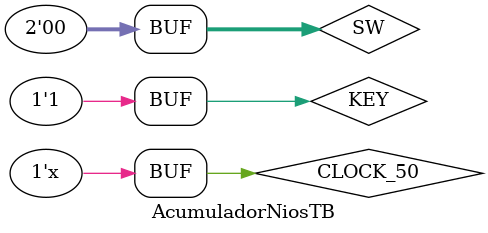
<source format=v>
`timescale 1ns/1ns

module AcumuladorNiosTB;

reg	CLOCK_50;
reg	[3:3] KEY;
reg	[1:0] SW;
wire	[15:0] LEDR;

AcumuladorNios DUV (	CLOCK_50,KEY,SW,LEDR);

always #10 CLOCK_50 = !CLOCK_50;

initial
begin
	CLOCK_50 = 0;
	KEY[3] = 0;
	SW[0] = 0;
	SW[1] = 0;
	#102 KEY[3] = 1;
end


endmodule

</source>
